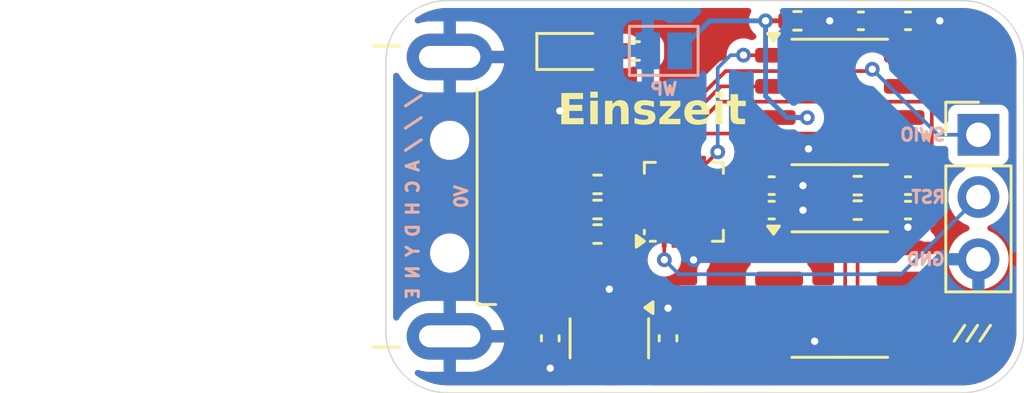
<source format=kicad_pcb>
(kicad_pcb (version 20240108) (generator "pcbnew") (generator_version "8.0")
  (layers (0 "F.Cu" signal) (31 "B.Cu" signal) (34 "B.Paste" user) (35 "F.Paste" user) (36 "B.SilkS" user "B.Silkscreen") (37 "F.SilkS" user "F.Silkscreen") (38 "B.Mask" user) (39 "F.Mask" user) (44 "Edge.Cuts" user))
  (net 0 "")
  (net 1 "/PWR3V3")
  (net 2 "GND")
  (net 3 "/PWR5V0")
  (net 4 "/USB_CONN_DP")
  (net 5 "/USB_CONN_DN")
  (net 6 "/SCL")
  (net 7 "/MOSI")
  (net 8 "/SCK")
  (net 9 "/SS")
  (net 10 "/MISO")
  (net 11 "/USB_DN")
  (net 12 "/USB_DP")
  (net 13 "/USB_DN_PU")
  (net 14 "/RESET")
  (net 15 "/SDA")
  (net 17 "/WP")
  (net 18 "/LED")
  (net 21 "Net-(D1-A)")
  (net 24 "/SWIO")
  (footprint "Resistor_SMD:R_0402_1005Metric" (layer "F.Cu") (at 119.23 108.55)
    (property "Reference" "R6" (hide yes))
    (property "Value" "4.7K" (hide yes))
    (fp_line (start -0.153641 -0.38) (end 0.153641 -0.38) (stroke (width 0.12)) (layer "F.SilkS"))
    (fp_line (start -0.153641 0.38) (end 0.153641 0.38) (stroke (width 0.12)) (layer "F.SilkS"))
    (pad "1" smd roundrect (at -0.51 0) (size 0.54 0.64) (layers "F.Cu" "F.Paste" "F.Mask") (net 15 "/SDA"))
    (pad "2" smd roundrect (at 0.51 0) (size 0.54 0.64) (layers "F.Cu" "F.Paste" "F.Mask") (net 1 "/PWR3V3"))
  )
  (footprint "Resistor_SMD:R_0402_1005Metric" (layer "F.Cu") (at 119.23 107.55)
    (property "Reference" "R4" (hide yes))
    (property "Value" "4.7K" (hide yes))
    (fp_line (start -0.153641 -0.38) (end 0.153641 -0.38) (stroke (width 0.12)) (layer "F.SilkS"))
    (fp_line (start -0.153641 0.38) (end 0.153641 0.38) (stroke (width 0.12)) (layer "F.SilkS"))
    (pad "1" smd roundrect (at -0.51 0) (size 0.54 0.64) (layers "F.Cu" "F.Paste" "F.Mask") (net 6 "/SCL"))
    (pad "2" smd roundrect (at 0.51 0) (size 0.54 0.64) (layers "F.Cu" "F.Paste" "F.Mask") (net 1 "/PWR3V3"))
  )
  (footprint "Capacitor_SMD:C_0402_1005Metric" (layer "F.Cu") (at 119.36 100.825 180)
    (property "Reference" "C8" (hide yes))
    (property "Value" "1uF" (hide yes))
    (fp_line (start -0.107836 0.36) (end 0.107836 0.36) (stroke (width 0.12)) (layer "F.SilkS"))
    (fp_line (start -0.107836 -0.36) (end 0.107836 -0.36) (stroke (width 0.12)) (layer "F.SilkS"))
    (pad "1" smd roundrect (at -0.48 0 180) (size 0.56 0.62) (layers "F.Cu" "F.Paste" "F.Mask") (net 1 "/PWR3V3"))
    (pad "2" smd roundrect (at 0.48 0 180) (size 0.56 0.62) (layers "F.Cu" "F.Paste" "F.Mask") (net 2 "GND"))
  )
  (footprint "Resistor_SMD:R_0402_1005Metric" (layer "F.Cu") (at 110.18 102.055)
    (property "Reference" "R1" (hide yes))
    (property "Value" "1K5" (hide yes))
    (fp_line (start -0.153641 -0.38) (end 0.153641 -0.38) (stroke (width 0.12)) (layer "F.SilkS"))
    (fp_line (start -0.153641 0.38) (end 0.153641 0.38) (stroke (width 0.12)) (layer "F.SilkS"))
    (pad "1" smd roundrect (at -0.51 0) (size 0.54 0.64) (layers "F.Cu" "F.Paste" "F.Mask") (net 21 "Net-(D1-A)"))
    (pad "2" smd roundrect (at 0.51 0) (size 0.54 0.64) (layers "F.Cu" "F.Paste" "F.Mask") (net 18 "/LED"))
  )
  (footprint "Resistor_SMD:R_0402_1005Metric" (layer "F.Cu") (at 108.625 108.525)
    (property "Reference" "R2" (hide yes))
    (property "Value" "33R" (hide yes))
    (fp_line (start -0.153641 -0.38) (end 0.153641 -0.38) (stroke (width 0.12)) (layer "F.SilkS"))
    (fp_line (start -0.153641 0.38) (end 0.153641 0.38) (stroke (width 0.12)) (layer "F.SilkS"))
    (pad "1" smd roundrect (at -0.51 0) (size 0.54 0.64) (layers "F.Cu" "F.Paste" "F.Mask") (net 5 "/USB_CONN_DN"))
    (pad "2" smd roundrect (at 0.51 0) (size 0.54 0.64) (layers "F.Cu" "F.Paste" "F.Mask") (net 11 "/USB_DN"))
  )
  (footprint "Connector_USB:USB_A_CNCTech_1001-011-01101_Horizontal" (layer "F.Cu") (at 95.7 108 180)
    (property "Reference" "J1" (hide yes))
    (property "Value" "USB_A" (hide yes))
    (fp_line (start -4.85 6.145) (end -3.8 6.145) (stroke (width 0.12)) (layer "F.SilkS"))
    (fp_line (start -4.85 -6.145) (end -3.8 -6.145) (stroke (width 0.12)) (layer "F.SilkS"))
    (fp_line (start -8.02 -4.4) (end -8.02 4.4) (stroke (width 0.12)) (layer "F.SilkS"))
    (fp_line (start -8.02 -4.4) (end -8.775 -4.4) (stroke (width 0.12)) (layer "F.SilkS"))
    (pad "" np_thru_hole circle (at -6.9 -2.3 180) (size 1.1 1.1) (drill 1.1) (layers "*.Cu" "*.Mask" "In1.Cu" "In2.Cu" "In3.Cu" "In4.Cu" "In5.Cu" "In6.Cu" "In7.Cu" "In8.Cu" "In9.Cu" "In10.Cu" "In11.Cu" "In12.Cu" "In13.Cu" "In14.Cu" "In15.Cu" "In16.Cu" "In17.Cu" "In18.Cu" "In19.Cu" "In20.Cu" "In21.Cu" "In22.Cu" "In23.Cu" "In24.Cu" "In25.Cu" "In26.Cu" "In27.Cu" "In28.Cu" "In29.Cu" "In30.Cu"))
    (pad "" np_thru_hole circle (at -6.9 2.3 180) (size 1.1 1.1) (drill 1.1) (layers "*.Cu" "*.Mask" "In1.Cu" "In2.Cu" "In3.Cu" "In4.Cu" "In5.Cu" "In6.Cu" "In7.Cu" "In8.Cu" "In9.Cu" "In10.Cu" "In11.Cu" "In12.Cu" "In13.Cu" "In14.Cu" "In15.Cu" "In16.Cu" "In17.Cu" "In18.Cu" "In19.Cu" "In20.Cu" "In21.Cu" "In22.Cu" "In23.Cu" "In24.Cu" "In25.Cu" "In26.Cu" "In27.Cu" "In28.Cu" "In29.Cu" "In30.Cu"))
    (pad "1" smd rect (at -9.65 -3.5 180) (size 2.5 1.1) (layers "F.Cu" "F.Paste" "F.Mask") (net 3 "/PWR5V0"))
    (pad "2" smd rect (at -9.65 -1 180) (size 2.5 1.1) (layers "F.Cu" "F.Paste" "F.Mask") (net 5 "/USB_CONN_DN"))
    (pad "3" smd rect (at -9.65 1 180) (size 2.5 1.1) (layers "F.Cu" "F.Paste" "F.Mask") (net 4 "/USB_CONN_DP"))
    (pad "4" smd rect (at -9.65 3.5 180) (size 2.5 1.1) (layers "F.Cu" "F.Paste" "F.Mask") (net 2 "GND"))
    (pad "5" thru_hole oval (at -6.9 -5.7 180) (size 3.5 1.9) (drill oval 2.5 0.9) (layers "*.Cu" "*.Mask" "In1.Cu" "In2.Cu" "In3.Cu" "In4.Cu" "In5.Cu" "In6.Cu" "In7.Cu" "In8.Cu" "In9.Cu" "In10.Cu" "In11.Cu" "In12.Cu" "In13.Cu" "In14.Cu" "In15.Cu" "In16.Cu" "In17.Cu" "In18.Cu" "In19.Cu" "In20.Cu" "In21.Cu" "In22.Cu" "In23.Cu" "In24.Cu" "In25.Cu" "In26.Cu" "In27.Cu" "In28.Cu" "In29.Cu" "In30.Cu") (net 2 "GND"))
    (pad "5" thru_hole oval (at -6.9 5.7 180) (size 3.5 1.9) (drill oval 2.5 0.9) (layers "*.Cu" "*.Mask" "In1.Cu" "In2.Cu" "In3.Cu" "In4.Cu" "In5.Cu" "In6.Cu" "In7.Cu" "In8.Cu" "In9.Cu" "In10.Cu" "In11.Cu" "In12.Cu" "In13.Cu" "In14.Cu" "In15.Cu" "In16.Cu" "In17.Cu" "In18.Cu" "In19.Cu" "In20.Cu" "In21.Cu" "In22.Cu" "In23.Cu" "In24.Cu" "In25.Cu" "In26.Cu" "In27.Cu" "In28.Cu" "In29.Cu" "In30.Cu") (net 2 "GND"))
  )
  (footprint "Capacitor_SMD:C_0402_1005Metric" (layer "F.Cu") (at 115.725 107.55)
    (property "Reference" "C2" (hide yes))
    (property "Value" "10uF" (hide yes))
    (fp_line (start -0.107836 -0.36) (end 0.107836 -0.36) (stroke (width 0.12)) (layer "F.SilkS"))
    (fp_line (start -0.107836 0.36) (end 0.107836 0.36) (stroke (width 0.12)) (layer "F.SilkS"))
    (pad "1" smd roundrect (at -0.48 0) (size 0.56 0.62) (layers "F.Cu" "F.Paste" "F.Mask") (net 1 "/PWR3V3"))
    (pad "2" smd roundrect (at 0.48 0) (size 0.56 0.62) (layers "F.Cu" "F.Paste" "F.Mask") (net 2 "GND"))
  )
  (footprint "Package_SO:TSOP-5_1.65x3.05mm_P0.95mm" (layer "F.Cu") (at 109.1075 113.78 -90)
    (property "Reference" "U2" (hide yes))
    (property "Value" "NCP115" (hide yes))
    (fp_line (start -0.8 1.6) (end 0.8 1.6) (stroke (width 0.12)) (layer "F.SilkS"))
    (fp_line (start -0.8 -1.6) (end 0.8 -1.6) (stroke (width 0.12)) (layer "F.SilkS"))
    (fp_poly (pts (xy -1.25 -1.45) (xy -1.49 -1.78) (xy -1.01 -1.78) (xy -1.25 -1.45)) (stroke (width 0.12)) (fill solid) (layer "F.SilkS"))
    (pad "1" smd rect (at -1.16 -0.95 270) (size 0.7 0.51) (layers "F.Cu" "F.Paste" "F.Mask") (net 3 "/PWR5V0"))
    (pad "2" smd rect (at -1.16 0 270) (size 0.7 0.51) (layers "F.Cu" "F.Paste" "F.Mask") (net 2 "GND"))
    (pad "3" smd rect (at -1.16 0.95 270) (size 0.7 0.51) (layers "F.Cu" "F.Paste" "F.Mask") (net 3 "/PWR5V0"))
    (pad "4" smd rect (at 1.16 0.95 270) (size 0.7 0.51) (layers "F.Cu" "F.Paste" "F.Mask") (net 2 "GND"))
    (pad "5" smd rect (at 1.16 -0.95 270) (size 0.7 0.51) (layers "F.Cu" "F.Paste" "F.Mask") (net 1 "/PWR3V3"))
  )
  (footprint "LED_SMD:LED_0603_1608Metric" (layer "F.Cu") (at 107.6375 102.075)
    (property "Reference" "D1" (hide yes))
    (property "Value" "LED" (hide yes))
    (fp_line (start -1.485 -0.735) (end -1.485 0.735) (stroke (width 0.12)) (layer "F.SilkS"))
    (fp_line (start -1.485 0.735) (end 0.8 0.735) (stroke (width 0.12)) (layer "F.SilkS"))
    (fp_line (start 0.8 -0.735) (end -1.485 -0.735) (stroke (width 0.12)) (layer "F.SilkS"))
    (pad "1" smd roundrect (at -0.7875 0) (size 0.875 0.95) (layers "F.Cu" "F.Paste" "F.Mask") (net 2 "GND"))
    (pad "2" smd roundrect (at 0.7875 0) (size 0.875 0.95) (layers "F.Cu" "F.Paste" "F.Mask") (net 21 "Net-(D1-A)"))
  )
  (footprint "Package_SO:SOP-8_3.9x4.9mm_P1.27mm" (layer "F.Cu") (at 118.5 104.135)
    (property "Reference" "U4" (hide yes))
    (property "Value" "ZD25WQ32CTIGT" (hide yes))
    (fp_line (start 0 -2.56) (end -1.95 -2.56) (stroke (width 0.12)) (layer "F.SilkS"))
    (fp_line (start 0 -2.56) (end 1.95 -2.56) (stroke (width 0.12)) (layer "F.SilkS"))
    (fp_line (start 0 2.56) (end -1.95 2.56) (stroke (width 0.12)) (layer "F.SilkS"))
    (fp_line (start 0 2.56) (end 1.95 2.56) (stroke (width 0.12)) (layer "F.SilkS"))
    (fp_poly (pts (xy -2.7 -2.465) (xy -2.94 -2.795) (xy -2.46 -2.795) (xy -2.7 -2.465)) (stroke (width 0.12)) (fill solid) (layer "F.SilkS"))
    (pad "1" smd roundrect (at -2.625 -1.905) (size 1.65 0.6) (layers "F.Cu" "F.Paste" "F.Mask") (net 9 "/SS"))
    (pad "2" smd roundrect (at -2.625 -0.635) (size 1.65 0.6) (layers "F.Cu" "F.Paste" "F.Mask") (net 10 "/MISO"))
    (pad "3" smd roundrect (at -2.625 0.635) (size 1.65 0.6) (layers "F.Cu" "F.Paste" "F.Mask") (net 17 "/WP"))
    (pad "4" smd roundrect (at -2.625 1.905) (size 1.65 0.6) (layers "F.Cu" "F.Paste" "F.Mask") (net 2 "GND"))
    (pad "5" smd roundrect (at 2.625 1.905) (size 1.65 0.6) (layers "F.Cu" "F.Paste" "F.Mask") (net 7 "/MOSI"))
    (pad "6" smd roundrect (at 2.625 0.635) (size 1.65 0.6) (layers "F.Cu" "F.Paste" "F.Mask") (net 8 "/SCK"))
    (pad "7" smd roundrect (at 2.625 -0.635) (size 1.65 0.6) (layers "F.Cu" "F.Paste" "F.Mask") (net 1 "/PWR3V3"))
    (pad "8" smd roundrect (at 2.625 -1.905) (size 1.65 0.6) (layers "F.Cu" "F.Paste" "F.Mask") (net 1 "/PWR3V3"))
  )
  (footprint "Resistor_SMD:R_0402_1005Metric" (layer "F.Cu") (at 108.625 109.525 180)
    (property "Reference" "R5" (hide yes))
    (property "Value" "1K5" (hide yes))
    (fp_line (start -0.153641 0.38) (end 0.153641 0.38) (stroke (width 0.12)) (layer "F.SilkS"))
    (fp_line (start -0.153641 -0.38) (end 0.153641 -0.38) (stroke (width 0.12)) (layer "F.SilkS"))
    (pad "1" smd roundrect (at -0.51 0 180) (size 0.54 0.64) (layers "F.Cu" "F.Paste" "F.Mask") (net 11 "/USB_DN"))
    (pad "2" smd roundrect (at 0.51 0 180) (size 0.54 0.64) (layers "F.Cu" "F.Paste" "F.Mask") (net 13 "/USB_DN_PU"))
  )
  (footprint "Capacitor_SMD:C_0402_1005Metric" (layer "F.Cu") (at 121.28 108.55 180)
    (property "Reference" "C3" (hide yes))
    (property "Value" "100nF" (hide yes))
    (fp_line (start -0.107836 0.36) (end 0.107836 0.36) (stroke (width 0.12)) (layer "F.SilkS"))
    (fp_line (start -0.107836 -0.36) (end 0.107836 -0.36) (stroke (width 0.12)) (layer "F.SilkS"))
    (pad "1" smd roundrect (at -0.48 0 180) (size 0.56 0.62) (layers "F.Cu" "F.Paste" "F.Mask") (net 1 "/PWR3V3"))
    (pad "2" smd roundrect (at 0.48 0 180) (size 0.56 0.62) (layers "F.Cu" "F.Paste" "F.Mask") (net 2 "GND"))
  )
  (footprint "Capacitor_SMD:C_0402_1005Metric" (layer "F.Cu") (at 115.725 108.55)
    (property "Reference" "C1" (hide yes))
    (property "Value" "100nF" (hide yes))
    (fp_line (start -0.107836 -0.36) (end 0.107836 -0.36) (stroke (width 0.12)) (layer "F.SilkS"))
    (fp_line (start -0.107836 0.36) (end 0.107836 0.36) (stroke (width 0.12)) (layer "F.SilkS"))
    (pad "1" smd roundrect (at -0.48 0) (size 0.56 0.62) (layers "F.Cu" "F.Paste" "F.Mask") (net 1 "/PWR3V3"))
    (pad "2" smd roundrect (at 0.48 0) (size 0.56 0.62) (layers "F.Cu" "F.Paste" "F.Mask") (net 2 "GND"))
  )
  (footprint "Package_DFN_QFN:QFN-20-1EP_3x3mm_P0.4mm_EP1.65x1.65mm" (layer "F.Cu") (at 112.145 108.21 90)
    (property "Reference" "U1" (hide yes))
    (property "Value" "CH32V003FxUx" (hide yes))
    (fp_line (start 1.61 -1.61) (end 1.61 -1.16) (stroke (width 0.12)) (layer "F.SilkS"))
    (fp_line (start 1.16 -1.61) (end 1.61 -1.61) (stroke (width 0.12)) (layer "F.SilkS"))
    (fp_line (start -1.16 -1.61) (end -1.31 -1.61) (stroke (width 0.12)) (layer "F.SilkS"))
    (fp_line (start -1.61 -1.16) (end -1.61 -1.37) (stroke (width 0.12)) (layer "F.SilkS"))
    (fp_line (start 1.61 1.61) (end 1.61 1.16) (stroke (width 0.12)) (layer "F.SilkS"))
    (fp_line (start 1.16 1.61) (end 1.61 1.61) (stroke (width 0.12)) (layer "F.SilkS"))
    (fp_line (start -1.16 1.61) (end -1.61 1.61) (stroke (width 0.12)) (layer "F.SilkS"))
    (fp_line (start -1.61 1.61) (end -1.61 1.16) (stroke (width 0.12)) (layer "F.SilkS"))
    (fp_poly (pts (xy -1.61 -1.61) (xy -1.85 -1.94) (xy -1.37 -1.94) (xy -1.61 -1.61)) (stroke (width 0.12)) (fill solid) (layer "F.SilkS"))
    (pad "1" smd roundrect (at -1.45 -0.8 90) (size 0.85 0.2) (layers "F.Cu" "F.Paste" "F.Mask") (net 14 "/RESET"))
    (pad "2" smd roundrect (at -1.45 -0.4 90) (size 0.85 0.2) (layers "F.Cu" "F.Paste" "F.Mask"))
    (pad "3" smd roundrect (at -1.45 0 90) (size 0.85 0.2) (layers "F.Cu" "F.Paste" "F.Mask"))
    (pad "4" smd roundrect (at -1.45 0.4 90) (size 0.85 0.2) (layers "F.Cu" "F.Paste" "F.Mask") (net 2 "GND"))
    (pad "5" smd roundrect (at -1.45 0.8 90) (size 0.85 0.2) (layers "F.Cu" "F.Paste" "F.Mask"))
    (pad "6" smd roundrect (at -0.8 1.45 90) (size 0.2 0.85) (layers "F.Cu" "F.Paste" "F.Mask") (net 1 "/PWR3V3"))
    (pad "7" smd roundrect (at -0.4 1.45 90) (size 0.2 0.85) (layers "F.Cu" "F.Paste" "F.Mask"))
    (pad "8" smd roundrect (at 0 1.45 90) (size 0.2 0.85) (layers "F.Cu" "F.Paste" "F.Mask") (net 15 "/SDA"))
    (pad "9" smd roundrect (at 0.4 1.45 90) (size 0.2 0.85) (layers "F.Cu" "F.Paste" "F.Mask") (net 6 "/SCL"))
    (pad "10" smd roundrect (at 0.8 1.45 90) (size 0.2 0.85) (layers "F.Cu" "F.Paste" "F.Mask"))
    (pad "11" smd roundrect (at 1.45 0.8 90) (size 0.85 0.2) (layers "F.Cu" "F.Paste" "F.Mask") (net 9 "/SS"))
    (pad "12" smd roundrect (at 1.45 0.4 90) (size 0.85 0.2) (layers "F.Cu" "F.Paste" "F.Mask") (net 8 "/SCK"))
    (pad "13" smd roundrect (at 1.45 0 90) (size 0.85 0.2) (layers "F.Cu" "F.Paste" "F.Mask") (net 7 "/MOSI"))
    (pad "14" smd roundrect (at 1.45 -0.4 90) (size 0.85 0.2) (layers "F.Cu" "F.Paste" "F.Mask") (net 10 "/MISO"))
    (pad "15" smd roundrect (at 1.45 -0.8 90) (size 0.85 0.2) (layers "F.Cu" "F.Paste" "F.Mask") (net 24 "/SWIO"))
    (pad "16" smd roundrect (at 0.8 -1.45 90) (size 0.2 0.85) (layers "F.Cu" "F.Paste" "F.Mask") (net 18 "/LED"))
    (pad "17" smd roundrect (at 0.4 -1.45 90) (size 0.2 0.85) (layers "F.Cu" "F.Paste" "F.Mask") (net 12 "/USB_DP"))
    (pad "18" smd roundrect (at 0 -1.45 90) (size 0.2 0.85) (layers "F.Cu" "F.Paste" "F.Mask") (net 11 "/USB_DN"))
    (pad "19" smd roundrect (at -0.4 -1.45 90) (size 0.2 0.85) (layers "F.Cu" "F.Paste" "F.Mask") (net 13 "/USB_DN_PU"))
    (pad "20" smd roundrect (at -0.8 -1.45 90) (size 0.2 0.85) (layers "F.Cu" "F.Paste" "F.Mask"))
    (pad "21" smd rect (at 0 0 90) (size 1.65 1.65) (property pad_prop_heatsink) (layers "F.Cu" "F.Mask") (net 2 "GND"))
  )
  (footprint "Resistor_SMD:R_0402_1005Metric" (layer "F.Cu") (at 116.775 100.825)
    (property "Reference" "R7" (hide yes))
    (property "Value" "10K" (hide yes))
    (fp_line (start -0.153641 -0.38) (end 0.153641 -0.38) (stroke (width 0.12)) (layer "F.SilkS"))
    (fp_line (start -0.153641 0.38) (end 0.153641 0.38) (stroke (width 0.12)) (layer "F.SilkS"))
    (pad "1" smd roundrect (at -0.51 0) (size 0.54 0.64) (layers "F.Cu" "F.Paste" "F.Mask") (net 17 "/WP"))
    (pad "2" smd roundrect (at 0.51 0) (size 0.54 0.64) (layers "F.Cu" "F.Paste" "F.Mask") (net 1 "/PWR3V3"))
  )
  (footprint "Resistor_SMD:R_0402_1005Metric" (layer "F.Cu") (at 108.625 107.5)
    (property "Reference" "R3" (hide yes))
    (property "Value" "33R" (hide yes))
    (fp_line (start -0.153641 -0.38) (end 0.153641 -0.38) (stroke (width 0.12)) (layer "F.SilkS"))
    (fp_line (start -0.153641 0.38) (end 0.153641 0.38) (stroke (width 0.12)) (layer "F.SilkS"))
    (pad "1" smd roundrect (at -0.51 0) (size 0.54 0.64) (layers "F.Cu" "F.Paste" "F.Mask") (net 4 "/USB_CONN_DP"))
    (pad "2" smd roundrect (at 0.51 0) (size 0.54 0.64) (layers "F.Cu" "F.Paste" "F.Mask") (net 12 "/USB_DP"))
  )
  (footprint "Capacitor_SMD:C_0402_1005Metric" (layer "F.Cu") (at 106.7 113.78 -90)
    (property "Reference" "C4" (hide yes))
    (property "Value" "1uF" (hide yes))
    (fp_line (start -0.107836 0.36) (end 0.107836 0.36) (stroke (width 0.12)) (layer "F.SilkS"))
    (fp_line (start -0.107836 -0.36) (end 0.107836 -0.36) (stroke (width 0.12)) (layer "F.SilkS"))
    (pad "1" smd roundrect (at -0.48 0 270) (size 0.56 0.62) (layers "F.Cu" "F.Paste" "F.Mask") (net 3 "/PWR5V0"))
    (pad "2" smd roundrect (at 0.48 0 270) (size 0.56 0.62) (layers "F.Cu" "F.Paste" "F.Mask") (net 2 "GND"))
  )
  (footprint "Capacitor_SMD:C_0402_1005Metric" (layer "F.Cu") (at 121.28 107.55 180)
    (property "Reference" "C6" (hide yes))
    (property "Value" "1uF" (hide yes))
    (fp_line (start -0.107836 0.36) (end 0.107836 0.36) (stroke (width 0.12)) (layer "F.SilkS"))
    (fp_line (start -0.107836 -0.36) (end 0.107836 -0.36) (stroke (width 0.12)) (layer "F.SilkS"))
    (pad "1" smd roundrect (at -0.48 0 180) (size 0.56 0.62) (layers "F.Cu" "F.Paste" "F.Mask") (net 1 "/PWR3V3"))
    (pad "2" smd roundrect (at 0.48 0 180) (size 0.56 0.62) (layers "F.Cu" "F.Paste" "F.Mask") (net 2 "GND"))
  )
  (footprint "Package_SO:SOIC-8_3.9x4.9mm_P1.27mm" (layer "F.Cu") (at 118.5 111.995)
    (property "Reference" "U3" (hide yes))
    (property "Value" "ATSHA204A" (hide yes))
    (fp_line (start 0 -2.56) (end -1.95 -2.56) (stroke (width 0.12)) (layer "F.SilkS"))
    (fp_line (start 0 -2.56) (end 1.95 -2.56) (stroke (width 0.12)) (layer "F.SilkS"))
    (fp_line (start 0 2.56) (end -1.95 2.56) (stroke (width 0.12)) (layer "F.SilkS"))
    (fp_line (start 0 2.56) (end 1.95 2.56) (stroke (width 0.12)) (layer "F.SilkS"))
    (fp_poly (pts (xy -2.7 -2.465) (xy -2.94 -2.795) (xy -2.46 -2.795) (xy -2.7 -2.465)) (stroke (width 0.12)) (fill solid) (layer "F.SilkS"))
    (pad "1" smd roundrect (at -2.475 -1.905) (size 1.95 0.6) (layers "F.Cu" "F.Paste" "F.Mask"))
    (pad "2" smd roundrect (at -2.475 -0.635) (size 1.95 0.6) (layers "F.Cu" "F.Paste" "F.Mask"))
    (pad "3" smd roundrect (at -2.475 0.635) (size 1.95 0.6) (layers "F.Cu" "F.Paste" "F.Mask"))
    (pad "4" smd roundrect (at -2.475 1.905) (size 1.95 0.6) (layers "F.Cu" "F.Paste" "F.Mask") (net 2 "GND"))
    (pad "5" smd roundrect (at 2.475 1.905) (size 1.95 0.6) (layers "F.Cu" "F.Paste" "F.Mask") (net 15 "/SDA"))
    (pad "6" smd roundrect (at 2.475 0.635) (size 1.95 0.6) (layers "F.Cu" "F.Paste" "F.Mask") (net 6 "/SCL"))
    (pad "7" smd roundrect (at 2.475 -0.635) (size 1.95 0.6) (layers "F.Cu" "F.Paste" "F.Mask"))
    (pad "8" smd roundrect (at 2.475 -1.905) (size 1.95 0.6) (layers "F.Cu" "F.Paste" "F.Mask") (net 1 "/PWR3V3"))
  )
  (footprint "Capacitor_SMD:C_0402_1005Metric" (layer "F.Cu") (at 111.5 113.78 90)
    (property "Reference" "C5" (hide yes))
    (property "Value" "1uF" (hide yes))
    (fp_line (start -0.107836 -0.36) (end 0.107836 -0.36) (stroke (width 0.12)) (layer "F.SilkS"))
    (fp_line (start -0.107836 0.36) (end 0.107836 0.36) (stroke (width 0.12)) (layer "F.SilkS"))
    (pad "1" smd roundrect (at -0.48 0 90) (size 0.56 0.62) (layers "F.Cu" "F.Paste" "F.Mask") (net 1 "/PWR3V3"))
    (pad "2" smd roundrect (at 0.48 0 90) (size 0.56 0.62) (layers "F.Cu" "F.Paste" "F.Mask") (net 2 "GND"))
  )
  (footprint "Connector_PinHeader_2.54mm:PinHeader_1x03_P2.54mm_Vertical" (layer "F.Cu") (at 124.15 105.475)
    (property "Reference" "J3" (hide yes))
    (property "Value" "Conn_01x03" (hide yes))
    (fp_line (start -1.33 -1.33) (end 0 -1.33) (stroke (width 0.12)) (layer "F.SilkS"))
    (fp_line (start -1.33 0) (end -1.33 -1.33) (stroke (width 0.12)) (layer "F.SilkS"))
    (fp_line (start -1.33 1.27) (end -1.33 6.41) (stroke (width 0.12)) (layer "F.SilkS"))
    (fp_line (start -1.33 1.27) (end 1.33 1.27) (stroke (width 0.12)) (layer "F.SilkS"))
    (fp_line (start -1.33 6.41) (end 1.33 6.41) (stroke (width 0.12)) (layer "F.SilkS"))
    (fp_line (start 1.33 1.27) (end 1.33 6.41) (stroke (width 0.12)) (layer "F.SilkS"))
    (pad "1" thru_hole rect (at 0 0) (size 1.7 1.7) (drill 1) (layers "*.Cu" "*.Mask" "In1.Cu" "In2.Cu" "In3.Cu" "In4.Cu" "In5.Cu" "In6.Cu" "In7.Cu" "In8.Cu" "In9.Cu" "In10.Cu" "In11.Cu" "In12.Cu" "In13.Cu" "In14.Cu" "In15.Cu" "In16.Cu" "In17.Cu" "In18.Cu" "In19.Cu" "In20.Cu" "In21.Cu" "In22.Cu" "In23.Cu" "In24.Cu" "In25.Cu" "In26.Cu" "In27.Cu" "In28.Cu" "In29.Cu" "In30.Cu") (net 24 "/SWIO"))
    (pad "2" thru_hole oval (at 0 2.54) (size 1.7 1.7) (drill 1) (layers "*.Cu" "*.Mask" "In1.Cu" "In2.Cu" "In3.Cu" "In4.Cu" "In5.Cu" "In6.Cu" "In7.Cu" "In8.Cu" "In9.Cu" "In10.Cu" "In11.Cu" "In12.Cu" "In13.Cu" "In14.Cu" "In15.Cu" "In16.Cu" "In17.Cu" "In18.Cu" "In19.Cu" "In20.Cu" "In21.Cu" "In22.Cu" "In23.Cu" "In24.Cu" "In25.Cu" "In26.Cu" "In27.Cu" "In28.Cu" "In29.Cu" "In30.Cu") (net 14 "/RESET"))
    (pad "3" thru_hole oval (at 0 5.08) (size 1.7 1.7) (drill 1) (layers "*.Cu" "*.Mask" "In1.Cu" "In2.Cu" "In3.Cu" "In4.Cu" "In5.Cu" "In6.Cu" "In7.Cu" "In8.Cu" "In9.Cu" "In10.Cu" "In11.Cu" "In12.Cu" "In13.Cu" "In14.Cu" "In15.Cu" "In16.Cu" "In17.Cu" "In18.Cu" "In19.Cu" "In20.Cu" "In21.Cu" "In22.Cu" "In23.Cu" "In24.Cu" "In25.Cu" "In26.Cu" "In27.Cu" "In28.Cu" "In29.Cu" "In30.Cu") (net 2 "GND"))
  )
  (footprint "Capacitor_SMD:C_0402_1005Metric" (layer "F.Cu") (at 121.28 100.825)
    (property "Reference" "C7" (hide yes))
    (property "Value" "100nF" (hide yes))
    (fp_line (start -0.107836 -0.36) (end 0.107836 -0.36) (stroke (width 0.12)) (layer "F.SilkS"))
    (fp_line (start -0.107836 0.36) (end 0.107836 0.36) (stroke (width 0.12)) (layer "F.SilkS"))
    (pad "1" smd roundrect (at -0.48 0) (size 0.56 0.62) (layers "F.Cu" "F.Paste" "F.Mask") (net 1 "/PWR3V3"))
    (pad "2" smd roundrect (at 0.48 0) (size 0.56 0.62) (layers "F.Cu" "F.Paste" "F.Mask") (net 2 "GND"))
  )
  (footprint "Jumper:SolderJumper-2_P1.3mm_Open_Pad1.0x1.5mm" (layer "B.Cu") (at 111.325 102.05)
    (property "Reference" "JP1" (hide yes))
    (property "Value" "SolderJumper_2_Open" (hide yes))
    (fp_line (start -1.4 -1) (end 1.4 -1) (stroke (width 0.12)) (layer "B.SilkS"))
    (fp_line (start -1.4 1) (end -1.4 -1) (stroke (width 0.12)) (layer "B.SilkS"))
    (fp_line (start 1.4 -1) (end 1.4 1) (stroke (width 0.12)) (layer "B.SilkS"))
    (fp_line (start 1.4 1) (end -1.4 1) (stroke (width 0.12)) (layer "B.SilkS"))
    (pad "1" smd rect (at -0.65 0) (size 1 1.5) (layers "B.Cu" "B.Mask") (net 2 "GND"))
    (pad "2" smd rect (at 0.65 0) (size 1 1.5) (layers "B.Cu" "B.Mask") (net 17 "/WP"))
  )
  (gr_arc (start 100 102.5) (mid 100.732233 100.732233) (end 102.5 100) (stroke (width 0.05)) (layer "Edge.Cuts"))
  (gr_line (start 100 113.5) (end 100 102.5) (stroke (width 0.05)) (layer "Edge.Cuts"))
  (gr_line (start 102.5 100) (end 123.5 100) (stroke (width 0.05)) (layer "Edge.Cuts"))
  (gr_arc (start 102.5 116) (mid 100.732233 115.267767) (end 100 113.5) (stroke (width 0.05)) (layer "Edge.Cuts"))
  (gr_arc (start 126 113.5) (mid 125.267767 115.267767) (end 123.5 116) (stroke (width 0.05)) (layer "Edge.Cuts"))
  (gr_line (start 126 102.5) (end 126 113.5) (stroke (width 0.05)) (layer "Edge.Cuts"))
  (gr_line (start 123.5 116) (end 102.5 116) (stroke (width 0.05)) (layer "Edge.Cuts"))
  (gr_arc (start 123.5 100) (mid 125.267767 100.732233) (end 126 102.5) (stroke (width 0.05)) (layer "Edge.Cuts"))
  (gr_text "GND" (at 122.85 110.555 0) (layer "B.SilkS") (effects (font (size 0.5 0.5) (thickness 0.125) (bold yes)) (justify left mirror)))
  (gr_text "V0" (at 103.075 108.000001 90) (layer "B.SilkS") (effects (font (size 0.5 0.5) (thickness 0.125) (bold yes)) (justify mirror)))
  (gr_text "RST" (at 122.87 108.015 0) (layer "B.SilkS") (effects (font (size 0.5 0.5) (thickness 0.125) (bold yes)) (justify left mirror)))
  (gr_text "WP" (at 111.325 103.61 0) (layer "B.SilkS") (effects (font (size 0.5 0.5) (thickness 0.125) (bold yes)) (justify mirror)))
  (gr_text "/ / / A C H D Y N E" (at 101.1 108.000001 90) (layer "B.SilkS") (effects (font (size 0.5 0.5) (thickness 0.125) (bold yes)) (justify mirror)))
  (gr_text "SWIO" (at 122.87 105.475 0) (layer "B.SilkS") (effects (font (size 0.5 0.5) (thickness 0.125) (bold yes)) (justify left mirror)))
  (gr_text "///" (at 123.9 113.55 0) (layer "F.SilkS") (effects (font (size 0.5 0.5) (thickness 0.125) (bold yes))))
  (gr_text "Einszeit" (at 110.85 104.525 0) (layer "F.SilkS") (effects (font (size 1.25 1.25) (thickness 0.25) (bold yes))))
  (segment (start 121.76 107.55) (end 121.76 108.55) (width 0.2) (layer "F.Cu") (net 1))
  (segment (start 119.74 107.385) (end 120.175 106.95) (width 0.2) (layer "F.Cu") (net 1))
  (segment (start 114.68 109.115) (end 114.68 109.39) (width 0.5) (layer "F.Cu") (net 1))
  (segment (start 119.74 108.55) (end 119.74 108.855) (width 0.2) (layer "F.Cu") (net 1))
  (segment (start 113.595 109.01) (end 114.785 109.01) (width 0.2) (layer "F.Cu") (net 1))
  (segment (start 121.125 102.23) (end 121.125 103.5) (width 0.2) (layer "F.Cu") (net 1))
  (segment (start 117.285 101.31) (end 117.45 101.475) (width 0.2) (layer "F.Cu") (net 1))
  (segment (start 119.84 101.26) (end 119.84 100.825) (width 0.2) (layer "F.Cu") (net 1))
  (segment (start 119.84 100.825) (end 120.8 100.825) (width 0.2) (layer "F.Cu") (net 1))
  (segment (start 115.245 108.55) (end 114.68 109.115) (width 0.5) (layer "F.Cu") (net 1))
  (segment (start 119.74 108.855) (end 120.975 110.09) (width 0.2) (layer "F.Cu") (net 1))
  (segment (start 119.74 107.55) (end 119.74 107.385) (width 0.2) (layer "F.Cu") (net 1))
  (segment (start 117.45 101.475) (end 119.625 101.475) (width 0.2) (layer "F.Cu") (net 1))
  (segment (start 119.625 101.475) (end 119.84 101.26) (width 0.2) (layer "F.Cu") (net 1))
  (segment (start 121.125 102.23) (end 121.125 101.15) (width 0.2) (layer "F.Cu") (net 1))
  (segment (start 119.74 107.55) (end 119.74 108.55) (width 0.2) (layer "F.Cu") (net 1))
  (segment (start 111.5 114.26) (end 110.7375 114.26) (width 0.5) (layer "F.Cu") (net 1))
  (segment (start 120.175 106.95) (end 121.16 106.95) (width 0.2) (layer "F.Cu") (net 1))
  (segment (start 114.785 109.01) (end 115.245 108.55) (width 0.2) (layer "F.Cu") (net 1))
  (segment (start 115.245 107.55) (end 115.245 108.55) (width 0.2) (layer "F.Cu") (net 1))
  (segment (start 121.16 106.95) (end 121.76 107.55) (width 0.2) (layer "F.Cu") (net 1))
  (segment (start 121.125 101.15) (end 120.8 100.825) (width 0.2) (layer "F.Cu") (net 1))
  (segment (start 110.7375 114.26) (end 110.0575 114.94) (width 0.5) (layer "F.Cu") (net 1))
  (segment (start 117.285 100.825) (end 117.285 101.31) (width 0.2) (layer "F.Cu") (net 1))
  (segment (start 118.88 100.825) (end 118.09 100.825) (width 0.2) (layer "F.Cu") (net 2))
  (segment (start 116.025 113.9) (end 117.475 113.9) (width 0.2) (layer "F.Cu") (net 2))
  (segment (start 116.205 108.55) (end 117 108.55) (width 0.2) (layer "F.Cu") (net 2))
  (segment (start 109.1075 112.62) (end 109.1075 111.775) (width 0.5) (layer "F.Cu") (net 2))
  (segment (start 120.8 108.55) (end 120.8 108.775) (width 0.2) (layer "F.Cu") (net 2))
  (segment (start 106.76 114.94) (end 106.7 115) (width 0.5) (layer "F.Cu") (net 2))
  (segment (start 112.545 108.61) (end 112.145 108.21) (width 0.2) (layer "F.Cu") (net 2))
  (segment (start 106.7 114.26) (end 106.7 115) (width 0.5) (layer "F.Cu") (net 2))
  (segment (start 112.545 110.575) (end 112.54 110.58) (width 0.2) (layer "F.Cu") (net 2))
  (segment (start 115.875 106.04) (end 117.215 106.04) (width 0.2) (layer "F.Cu") (net 2))
  (segment (start 108.1575 114.94) (end 106.76 114.94) (width 0.5) (layer "F.Cu") (net 2))
  (segment (start 112.545 109.66) (end 112.545 108.61) (width 0.2) (layer "F.Cu") (net 2))
  (segment (start 111.5 113.3) (end 111.5 112.55) (width 0.5) (layer "F.Cu") (net 2))
  (segment (start 120.8 108.775) (end 121.275 109.25) (width 0.2) (layer "F.Cu") (net 2))
  (segment (start 117.215 106.04) (end 117.225 106.05) (width 0.2) (layer "F.Cu") (net 2))
  (segment (start 112.545 109.66) (end 112.545 110.575) (width 0.2) (layer "F.Cu") (net 2))
  (segment (start 116.205 107.55) (end 117 107.55) (width 0.2) (layer "F.Cu") (net 2))
  (segment (start 121.76 100.825) (end 122.575 100.825) (width 0.2) (layer "F.Cu") (net 2))
  (via (at 106.7 115) (size 0.6) (drill 0.3) (layers "F.Cu" "B.Cu") (net 2))
  (via (at 121.275 109.25) (size 0.6) (drill 0.3) (layers "F.Cu" "B.Cu") (net 2))
  (via (at 117 107.55) (size 0.6) (drill 0.3) (layers "F.Cu" "B.Cu") (net 2))
  (via (at 122.575 100.825) (size 0.6) (drill 0.3) (layers "F.Cu" "B.Cu") (net 2))
  (via (at 118.09 100.825) (size 0.6) (drill 0.3) (layers "F.Cu" "B.Cu") (net 2))
  (via (at 117.225 106.05) (size 0.6) (drill 0.3) (layers "F.Cu" "B.Cu") (net 2))
  (via (at 109.1075 111.775) (size 0.6) (drill 0.3) (layers "F.Cu" "B.Cu") (net 2))
  (via (at 112.54 110.58) (size 0.6) (drill 0.3) (layers "F.Cu" "B.Cu") (net 2))
  (via (at 117 108.55) (size 0.6) (drill 0.3) (layers "F.Cu" "B.Cu") (net 2))
  (via (at 117.475 113.9) (size 0.6) (drill 0.3) (layers "F.Cu" "B.Cu") (net 2))
  (via (at 111.5 112.55) (size 0.6) (drill 0.3) (layers "F.Cu" "B.Cu") (net 2))
  (via (at 107.09 104.5) (size 0.6) (drill 0.3) (layers "F.Cu" "B.Cu") (net 2))
  (segment (start 105.35 111.95) (end 106.7 113.3) (width 0.5) (layer "F.Cu") (net 3))
  (segment (start 109.7075 113.425) (end 110.0575 113.075) (width 0.5) (layer "F.Cu") (net 3))
  (segment (start 108.1575 112.62) (end 107.38 112.62) (width 0.5) (layer "F.Cu") (net 3))
  (segment (start 108.1575 112.62) (end 108.1575 113.075) (width 0.5) (layer "F.Cu") (net 3))
  (segment (start 108.5075 113.425) (end 109.7075 113.425) (width 0.5) (layer "F.Cu") (net 3))
  (segment (start 108.1575 113.075) (end 108.5075 113.425) (width 0.5) (layer "F.Cu") (net 3))
  (segment (start 110.0575 113.075) (end 110.0575 112.62) (width 0.5) (layer "F.Cu") (net 3))
  (segment (start 105.35 111.5) (end 105.35 111.95) (width 0.5) (layer "F.Cu") (net 3))
  (segment (start 107.38 112.62) (end 106.7 113.3) (width 0.5) (layer "F.Cu") (net 3))
  (segment (start 108.115 107.5) (end 108.065 107.5) (width 0.2) (layer "F.Cu") (net 4))
  (segment (start 106.85 107.8) (end 106.05 107) (width 0.2) (layer "F.Cu") (net 4))
  (segment (start 108.065 107.5) (end 107.7525 107.8125) (width 0.2) (layer "F.Cu") (net 4))
  (segment (start 107.7525 107.8125) (end 107.410513 107.8125) (width 0.2) (layer "F.Cu") (net 4))
  (segment (start 106.05 107) (end 105.35 107) (width 0.2) (layer "F.Cu") (net 4))
  (segment (start 107.410513 107.8125) (end 107.398013 107.8) (width 0.2) (layer "F.Cu") (net 4))
  (segment (start 107.398013 107.8) (end 106.85 107.8) (width 0.2) (layer "F.Cu") (net 4))
  (segment (start 107.257441 108.2125) (end 107.244941 108.2) (width 0.2) (layer "F.Cu") (net 5))
  (segment (start 108.065 108.525) (end 107.7525 108.2125) (width 0.2) (layer "F.Cu") (net 5))
  (segment (start 108.115 108.525) (end 108.065 108.525) (width 0.2) (layer "F.Cu") (net 5))
  (segment (start 107.7525 108.2125) (end 107.257441 108.2125) (width 0.2) (layer "F.Cu") (net 5))
  (segment (start 106.05 109) (end 105.35 109) (width 0.2) (layer "F.Cu") (net 5))
  (segment (start 107.244941 108.2) (end 106.85 108.2) (width 0.2) (layer "F.Cu") (net 5))
  (segment (start 106.85 108.2) (end 106.05 109) (width 0.2) (layer "F.Cu") (net 5))
  (segment (start 114.24 107.81) (end 114.4 107.65) (width 0.15) (layer "F.Cu") (net 6))
  (segment (start 118.251579 107.55) (end 118.72 107.55) (width 0.15) (layer "F.Cu") (net 6))
  (segment (start 114.4 107.125736) (end 114.860736 106.665) (width 0.15) (layer "F.Cu") (net 6))
  (segment (start 119.225 108.055) (end 119.225 112.275) (width 0.15) (layer "F.Cu") (net 6))
  (segment (start 113.595 107.81) (end 114.24 107.81) (width 0.15) (layer "F.Cu") (net 6))
  (segment (start 119.58 112.63) (end 120.975 112.63) (width 0.15) (layer "F.Cu") (net 6))
  (segment (start 117.366579 106.665) (end 118.251579 107.55) (width 0.15) (layer "F.Cu") (net 6))
  (segment (start 119.225 112.275) (end 119.58 112.63) (width 0.15) (layer "F.Cu") (net 6))
  (segment (start 118.72 107.55) (end 119.225 108.055) (width 0.15) (layer "F.Cu") (net 6))
  (segment (start 114.860736 106.665) (end 117.366579 106.665) (width 0.15) (layer "F.Cu") (net 6))
  (segment (start 114.4 107.65) (end 114.4 107.125736) (width 0.15) (layer "F.Cu") (net 6))
  (segment (start 112.145 105.605) (end 113.625 104.125) (width 0.15) (layer "F.Cu") (net 7))
  (segment (start 122.075 104.125) (end 122.25 104.3) (width 0.15) (layer "F.Cu") (net 7))
  (segment (start 113.625 104.125) (end 122.075 104.125) (width 0.15) (layer "F.Cu") (net 7))
  (segment (start 112.145 106.76) (end 112.145 105.605) (width 0.15) (layer "F.Cu") (net 7))
  (segment (start 122.135 106.04) (end 121.125 106.04) (width 0.15) (layer "F.Cu") (net 7))
  (segment (start 122.25 104.3) (end 122.25 105.925) (width 0.15) (layer "F.Cu") (net 7))
  (segment (start 122.25 105.925) (end 122.135 106.04) (width 0.15) (layer "F.Cu") (net 7))
  (segment (start 112.545 106.76) (end 112.545 105.855) (width 0.15) (layer "F.Cu") (net 8))
  (segment (start 112.975 105.425) (end 119.275 105.425) (width 0.15) (layer "F.Cu") (net 8))
  (segment (start 112.545 105.855) (end 112.975 105.425) (width 0.15) (layer "F.Cu") (net 8))
  (segment (start 119.93 104.77) (end 121.125 104.77) (width 0.15) (layer "F.Cu") (net 8))
  (segment (start 119.275 105.425) (end 119.93 104.77) (width 0.15) (layer "F.Cu") (net 8))
  (segment (start 114.58 102.23) (end 114.575 102.225) (width 0.15) (layer "F.Cu") (net 9))
  (segment (start 112.945 106.76) (end 112.945 106.755) (width 0.15) (layer "F.Cu") (net 9))
  (segment (start 112.945 106.755) (end 113.525 106.175) (width 0.15) (layer "F.Cu") (net 9))
  (segment (start 115.875 102.23) (end 114.58 102.23) (width 0.15) (layer "F.Cu") (net 9))
  (via (at 114.575 102.225) (size 0.6) (drill 0.3) (layers "F.Cu" "B.Cu") (net 9))
  (via (at 113.525 106.175) (size 0.6) (drill 0.3) (layers "F.Cu" "B.Cu") (net 9))
  (segment (start 113.525 102.75) (end 114.05 102.225) (width 0.15) (layer "B.Cu") (net 9))
  (segment (start 114.05 102.225) (end 114.575 102.225) (width 0.15) (layer "B.Cu") (net 9))
  (segment (start 113.525 106.175) (end 113.525 102.75) (width 0.15) (layer "B.Cu") (net 9))
  (segment (start 111.745 106.76) (end 111.745 105.405) (width 0.15) (layer "F.Cu") (net 10))
  (segment (start 113.65 103.5) (end 115.875 103.5) (width 0.15) (layer "F.Cu") (net 10))
  (segment (start 111.745 105.405) (end 113.65 103.5) (width 0.15) (layer "F.Cu") (net 10))
  (segment (start 109.185 108.525) (end 109.135 108.525) (width 0.2) (layer "F.Cu") (net 11))
  (segment (start 109.4975 108.2125) (end 109.185 108.525) (width 0.2) (layer "F.Cu") (net 11))
  (segment (start 110.029739 108.21) (end 110.027239 108.2125) (width 0.2) (layer "F.Cu") (net 11))
  (segment (start 109.135 108.525) (end 109.135 109.525) (width 0.2) (layer "F.Cu") (net 11))
  (segment (start 110.695 108.21) (end 110.029739 108.21) (width 0.2) (layer "F.Cu") (net 11))
  (segment (start 110.027239 108.2125) (end 109.4975 108.2125) (width 0.2) (layer "F.Cu") (net 11))
  (segment (start 109.874167 107.8125) (end 109.4975 107.8125) (width 0.2) (layer "F.Cu") (net 12))
  (segment (start 110.695 107.81) (end 109.876667 107.81) (width 0.2) (layer "F.Cu") (net 12))
  (segment (start 109.185 107.5) (end 109.135 107.5) (width 0.2) (layer "F.Cu") (net 12))
  (segment (start 109.4975 107.8125) (end 109.185 107.5) (width 0.2) (layer "F.Cu") (net 12))
  (segment (start 109.876667 107.81) (end 109.874167 107.8125) (width 0.2) (layer "F.Cu") (net 12))
  (segment (start 109.8 108.9) (end 109.8 109.9) (width 0.2) (layer "F.Cu") (net 13))
  (segment (start 109.8 109.9) (end 109.5 110.2) (width 0.2) (layer "F.Cu") (net 13))
  (segment (start 110.695 108.61) (end 110.09 108.61) (width 0.2) (layer "F.Cu") (net 13))
  (segment (start 109.5 110.2) (end 108.79 110.2) (width 0.2) (layer "F.Cu") (net 13))
  (segment (start 110.09 108.61) (end 109.8 108.9) (width 0.2) (layer "F.Cu") (net 13))
  (segment (start 108.79 110.2) (end 108.115 109.525) (width 0.2) (layer "F.Cu") (net 13))
  (segment (start 111.345 109.66) (end 111.345 110.57) (width 0.15) (layer "F.Cu") (net 14))
  (segment (start 111.345 110.57) (end 111.35 110.575) (width 0.15) (layer "F.Cu") (net 14))
  (via (at 111.35 110.575) (size 0.6) (drill 0.3) (layers "F.Cu" "B.Cu") (net 14))
  (segment (start 111.35 110.575) (end 111.94 111.165) (width 0.15) (layer "B.Cu") (net 14))
  (segment (start 111.94 111.165) (end 121 111.165) (width 0.15) (layer "B.Cu") (net 14))
  (segment (start 121 111.165) (end 124.15 108.015) (width 0.15) (layer "B.Cu") (net 14))
  (segment (start 114.7 107.25) (end 114.985 106.965) (width 0.15) (layer "F.Cu") (net 15))
  (segment (start 117.242315 106.965) (end 118.72 108.442685) (width 0.15) (layer "F.Cu") (net 15))
  (segment (start 113.595 108.21) (end 114.34 108.21) (width 0.15) (layer "F.Cu") (net 15))
  (segment (start 119.5 113.9) (end 120.975 113.9) (width 0.15) (layer "F.Cu") (net 15))
  (segment (start 114.7 107.85) (end 114.7 107.25) (width 0.15) (layer "F.Cu") (net 15))
  (segment (start 118.72 108.55) (end 118.72 113.12) (width 0.15) (layer "F.Cu") (net 15))
  (segment (start 114.34 108.21) (end 114.7 107.85) (width 0.15) (layer "F.Cu") (net 15))
  (segment (start 118.72 113.12) (end 119.5 113.9) (width 0.15) (layer "F.Cu") (net 15))
  (segment (start 114.985 106.965) (end 117.242315 106.965) (width 0.15) (layer "F.Cu") (net 15))
  (segment (start 118.72 108.442685) (end 118.72 108.55) (width 0.15) (layer "F.Cu") (net 15))
  (segment (start 115.875 104.77) (end 117.17 104.77) (width 0.2) (layer "F.Cu") (net 17))
  (segment (start 117.17 104.77) (end 117.175 104.775) (width 0.2) (layer "F.Cu") (net 17))
  (segment (start 116.265 100.825) (end 115.475 100.825) (width 0.2) (layer "F.Cu") (net 17))
  (via (at 117.175 104.775) (size 0.6) (drill 0.3) (layers "F.Cu" "B.Cu") (net 17))
  (via (at 115.475 100.825) (size 0.6) (drill 0.3) (layers "F.Cu" "B.Cu") (net 17))
  (segment (start 115.475 103.9) (end 116.35 104.775) (width 0.2) (layer "B.Cu") (net 17))
  (segment (start 115.475 100.825) (end 115.475 103.9) (width 0.2) (layer "B.Cu") (net 17))
  (segment (start 115.475 100.825) (end 113.2 100.825) (width 0.2) (layer "B.Cu") (net 17))
  (segment (start 116.35 104.775) (end 117.175 104.775) (width 0.2) (layer "B.Cu") (net 17))
  (segment (start 113.2 100.825) (end 111.975 102.05) (width 0.2) (layer "B.Cu") (net 17))
  (segment (start 110.69 103.34) (end 110.69 102.055) (width 0.15) (layer "F.Cu") (net 18))
  (segment (start 110.695 103.345) (end 110.69 103.34) (width 0.15) (layer "F.Cu") (net 18))
  (segment (start 110.695 107.41) (end 110.695 103.345) (width 0.15) (layer "F.Cu") (net 18))
  (segment (start 108.445 102.055) (end 108.425 102.075) (width 0.15) (layer "F.Cu") (net 21))
  (segment (start 109.67 102.055) (end 108.445 102.055) (width 0.15) (layer "F.Cu") (net 21))
  (segment (start 113.850736 102.875) (end 119.75 102.875) (width 0.15) (layer "F.Cu") (net 24))
  (segment (start 111.345 105.380736) (end 113.850736 102.875) (width 0.15) (layer "F.Cu") (net 24))
  (segment (start 111.345 106.76) (end 111.345 105.380736) (width 0.15) (layer "F.Cu") (net 24))
  (segment (start 119.75 102.875) (end 119.825 102.8) (width 0.15) (layer "F.Cu") (net 24))
  (via (at 119.825 102.8) (size 0.6) (drill 0.3) (layers "F.Cu" "B.Cu") (net 24))
  (segment (start 119.825 102.8) (end 122.5 105.475) (width 0.15) (layer "B.Cu") (net 24))
  (segment (start 122.5 105.475) (end 124.15 105.475) (width 0.15) (layer "B.Cu") (net 24))
  (zone (net 1) (net_name "/PWR3V3") (layer "F.Cu") (priority 1) (connect_pads (clearance 0.381)) (min_thickness 0.25) (fill yes (thermal_gap 0.5) (thermal_bridge_width 0.5) (smoothing chamfer) (radius 1))
    (polygon (pts (xy 121.89 116.025) (xy 121.89 100.025) (xy 125.89 100.025) (xy 125.89 116.025)))
  )
  (zone (net 1) (net_name "/PWR3V3") (layer "F.Cu") (priority 1) (connect_pads (clearance 0.381)) (min_thickness 0.25) (fill yes (thermal_gap 0.5) (thermal_bridge_width 0.5) (smoothing chamfer) (radius 1))
    (polygon (pts (xy 109.75 112) (xy 126 112) (xy 126 116) (xy 109.75 116)))
  )
  (zone (net 1) (net_name "/PWR3V3") (layer "F.Cu") (priority 1) (connect_pads (clearance 0.381)) (min_thickness 0.25) (fill yes (thermal_gap 0.5) (thermal_bridge_width 0.5) (smoothing chamfer) (radius 1))
    (polygon (pts (xy 113.075 116) (xy 113.075 108.05) (xy 115.75 108.05) (xy 115.75 116)))
  )
  (zone (net 2) (net_name "GND") (layers "F.Cu" "B.Cu") (connect_pads (clearance 0.381)) (min_thickness 0.25) (fill yes (thermal_gap 0.5) (thermal_bridge_width 0.5))
    (polygon (pts (xy 100 100) (xy 125.89 100) (xy 126 100.11) (xy 126 116) (xy 100 116)))
  )
)
</source>
